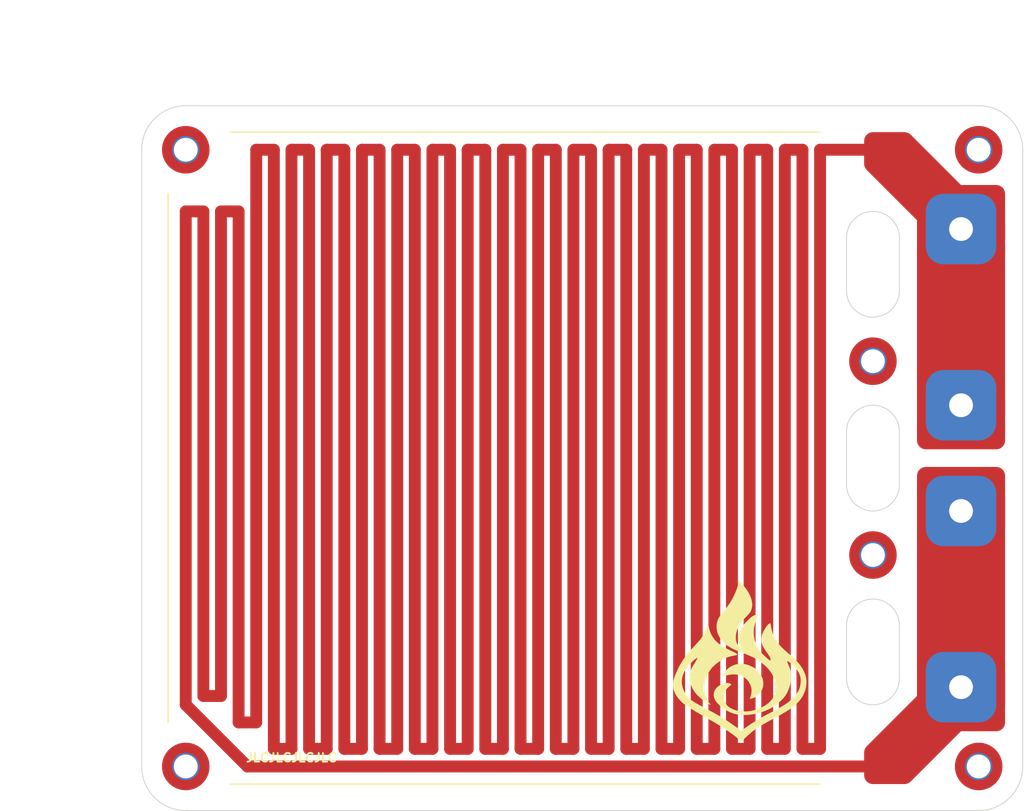
<source format=kicad_pcb>
(kicad_pcb (version 20211014) (generator pcbnew)
  (layers (0 "F.Cu" signal) (31 "B.Cu" signal) (34 "B.Paste" user) (35 "F.Paste" user) (36 "B.SilkS" user "B.Silkscreen") (37 "F.SilkS" user "F.Silkscreen") (38 "B.Mask" user) (39 "F.Mask" user) (44 "Edge.Cuts" user))
  (net 0 "")
  (net 1 "Net-(H1-Pad1)")
  (footprint "LOGO" (layer "F.Cu") (at 118 113)
    (fp_text reference "G***" hide)
    (fp_text value "LOGO" hide)
    (fp_poly (pts (xy 0.296362 0.353749) (xy 0.516747 0.395079) (xy 0.600085 0.415353) (xy 0.928177 0.515059) (xy 1.222761 0.639288) (xy 1.488456 0.791322) (xy 1.729881 0.974445) (xy 1.951652 1.191939) (xy 2.158388 1.447087) (xy 2.262283 1.596947) (xy 2.353238 1.744269) (xy 2.42032 1.878667) (xy 2.470814 2.017703) (xy 2.51201 2.178936) (xy 2.520592 2.219338) (xy 2.541654 2.361894) (xy 2.55229 2.524748) (xy 2.552473 2.692156) (xy 2.542175 2.848371) (xy 2.521914 2.975317) (xy 2.445904 3.211869) (xy 2.332318 3.438997) (xy 2.186191 3.651397) (xy 2.01256 3.843759) (xy 1.816464 4.010779) (xy 1.602937 4.147148) (xy 1.377018 4.247561) (xy 1.287895 4.275483) (xy 1.17016 4.305176) (xy 1.088273 4.318752) (xy 1.03774 4.316737) (xy 1.019306 4.30705) (xy 1.020717 4.281701) (xy 1.038905 4.231167) (xy 1.058002 4.190343) (xy 1.126307 4.020647) (xy 1.176745 3.822924) (xy 1.208012 3.609524) (xy 1.218806 3.392798) (xy 1.207822 3.185095) (xy 1.180803 3.026586) (xy 1.093984 2.748654) (xy 0.972313 2.496921) (xy 0.815691 2.271266) (xy 0.624018 2.071568) (xy 0.397196 1.897708) (xy 0.135126 1.749564) (xy 0.124506 1.744457) (xy -0.138796 1.642516) (xy -0.422808 1.577937) (xy -0.725638 1.55075) (xy -1.045392 1.560983) (xy -1.380176 1.608668) (xy -1.728097 1.693832) (xy -1.796563 1.714574) (xy -1.878007 1.737867) (xy -1.943805 1.752731) (xy -1.982759 1.756764) (xy -1.987499 1.755527) (xy -2.00654 1.719464) (xy -1.997954 1.655353) (xy -1.963836 1.567106) (xy -1.90628 1.458636) (xy -1.827379 1.333853) (xy -1.729229 1.19667) (xy -1.613922 1.050998) (xy -1.603866 1.038912) (xy -1.443264 0.875719) (xy -1.24885 0.726736) (xy -1.029547 0.597314) (xy -0.794277 0.492804) (xy -0.581693 0.425838) (xy -0.338199 0.371986) (xy -0.118859 0.342093) (xy 0.088577 0.33605)) (layer "F.SilkS") (width 0) (fill solid))
    (fp_poly (pts (xy -0.219759 -9.120637) (xy -0.175544 -9.082677) (xy -0.111992 -9.018673) (xy -0.032728 -8.932908) (xy 0.058619 -8.829663) (xy 0.158424 -8.713221) (xy 0.26306 -8.587862) (xy 0.368901 -8.45787) (xy 0.47232 -8.327526) (xy 0.569691 -8.201112) (xy 0.657387 -8.082909) (xy 0.723041 -7.990009) (xy 0.903895 -7.695237) (xy 1.055414 -7.383553) (xy 1.174492 -7.063108) (xy 1.258025 -6.742053) (xy 1.298138 -6.480928) (xy 1.301478 -6.292235) (xy 1.277714 -6.088043) (xy 1.230137 -5.881943) (xy 1.162037 -5.687527) (xy 1.076705 -5.518385) (xy 1.057951 -5.488923) (xy 1.018282 -5.436537) (xy 0.953378 -5.359453) (xy 0.868806 -5.263891) (xy 0.770129 -5.156073) (xy 0.662913 -5.042223) (xy 0.600182 -4.977086) (xy 0.418037 -4.786739) (xy 0.264506 -4.619432) (xy 0.135258 -4.469583) (xy 0.025962 -4.331609) (xy -0.067713 -4.199928) (xy -0.150098 -4.068957) (xy -0.225524 -3.933113) (xy -0.25616 -3.873282) (xy -0.383051 -3.586449) (xy -0.477791 -3.298987) (xy -0.540081 -3.015103) (xy -0.569623 -2.739004) (xy -0.566116 -2.474895) (xy -0.529262 -2.226985) (xy -0.458761 -1.999479) (xy -0.398526 -1.871447) (xy -0.330812 -1.772643) (xy -0.235233 -1.6674) (xy -0.123827 -1.566965) (xy -0.008628 -1.482582) (xy 0.060169 -1.442879) (xy 0.12942 -1.408864) (xy 0.182705 -1.384441) (xy 0.208791 -1.374752) (xy 0.20904 -1.374742) (xy 0.20135 -1.38788) (xy 0.167947 -1.422387) (xy 0.11597 -1.470908) (xy 0.113776 -1.472884) (xy 0.013282 -1.575719) (xy -0.068347 -1.689873) (xy -0.137787 -1.826316) (xy -0.198262 -1.985739) (xy -0.229825 -2.085097) (xy -0.251294 -2.171369) (xy -0.265152 -2.25948) (xy -0.273877 -2.364352) (xy -0.278835 -2.470491) (xy -0.282325 -2.60229) (xy -0.280522 -2.705663) (xy -0.272291 -2.795626) (xy -0.256496 -2.887198) (xy -0.242519 -2.950881) (xy -0.18513 -3.1415) (xy -0.097942 -3.352349) (xy 0.015014 -3.576088) (xy 0.149707 -3.805376) (xy 0.302106 -4.032872) (xy 0.468179 -4.251236) (xy 0.478636 -4.264064) (xy 0.569349 -4.368489) (xy 0.679704 -4.485528) (xy 0.801787 -4.607668) (xy 0.927683 -4.7274) (xy 1.049478 -4.83721) (xy 1.159256 -4.929587) (xy 1.249104 -4.99702) (xy 1.255264 -5.001159) (xy 1.38458 -5.081687) (xy 1.514893 -5.153185) (xy 1.640024 -5.213167) (xy 1.753789 -5.259148) (xy 1.850009 -5.288644) (xy 1.922502 -5.299168) (xy 1.965086 -5.288237) (xy 1.966347 -5.287055) (xy 1.966964 -5.25843) (xy 1.950092 -5.195987) (xy 1.9174 -5.105121) (xy 1.886369 -5.028383) (xy 1.745905 -4.671332) (xy 1.635291 -4.339742) (xy 1.553367 -4.028366) (xy 1.498971 -3.731958) (xy 1.47094 -3.445271) (xy 1.468115 -3.163059) (xy 1.468873 -3.142268) (xy 1.484381 -2.884047) (xy 1.510254 -2.656536) (xy 1.548504 -2.447612) (xy 1.60114 -2.24515) (xy 1.635882 -2.13535) (xy 1.775198 -1.781778) (xy 1.951094 -1.44689) (xy 2.165724 -1.127045) (xy 2.40328 -0.838451) (xy 2.467439 -0.7711) (xy 2.556299 -0.683301) (xy 2.662673 -0.581646) (xy 2.779371 -0.472724) (xy 2.899205 -0.363128) (xy 3.014987 -0.259447) (xy 3.119527 -0.168272) (xy 3.205636 -0.096193) (xy 3.254099 -0.058411) (xy 3.314068 -0.021) (xy 3.352404 -0.015942) (xy 3.371741 -0.045887) (xy 3.374716 -0.113487) (xy 3.369598 -0.174571) (xy 3.34969 -0.278435) (xy 3.310296 -0.388664) (xy 3.248409 -0.51121) (xy 3.161024 -0.652024) (xy 3.045134 -0.817056) (xy 3.044781 -0.817537) (xy 2.875047 -1.054943) (xy 2.733657 -1.265509) (xy 2.618247 -1.453411) (xy 2.526454 -1.622822) (xy 2.455915 -1.777915) (xy 2.404265 -1.922865) (xy 2.389451 -1.974828) (xy 2.347348 -2.212552) (xy 2.34151 -2.466925) (xy 2.371672 -2.730716) (xy 2.425372 -2.956787) (xy 2.489485 -3.138497) (xy 2.577068 -3.335728) (xy 2.68154 -3.536586) (xy 2.796319 -3.72918) (xy 2.914822 -3.901617) (xy 3.01919 -4.029714) (xy 3.093217 -4.104144) (xy 3.171364 -4.170653) (xy 3.245308 -4.223356) (xy 3.306727 -4.256366) (xy 3.347302 -4.263798) (xy 3.349251 -4.263168) (xy 3.36732 -4.235663) (xy 3.385669 -4.170383) (xy 3.402701 -4.073156) (xy 3.404166 -4.062664) (xy 3.449187 -3.790305) (xy 3.509036 -3.515381) (xy 3.580927 -3.24753) (xy 3.662073 -2.996388) (xy 3.749685 -2.771592) (xy 3.821852 -2.618557) (xy 3.95642 -2.386167) (xy 4.126886 -2.138049) (xy 4.334536 -1.872364) (xy 4.399561 -1.794523) (xy 4.482126 -1.69879) (xy 4.563501 -1.608809) (xy 4.648383 -1.520113) (xy 4.741471 -1.428232) (xy 4.847462 -1.328702) (xy 4.971055 -1.217053) (xy 5.116947 -1.08882) (xy 5.289837 -0.939534) (xy 5.379029 -0.863159) (xy 5.597512 -0.672671) (xy 5.810889 -0.479424) (xy 6.014152 -0.288312) (xy 6.202293 -0.104229) (xy 6.370304 0.067933) (xy 6.513176 0.223279) (xy 6.619714 0.349141) (xy 6.844638 0.651515) (xy 7.03572 0.952878) (xy 7.19144 1.250125) (xy 7.310279 1.540151) (xy 7.390717 1.819851) (xy 7.420506 1.985739) (xy 7.450357 2.362076) (xy 7.437497 2.73135) (xy 7.382473 3.092274) (xy 7.285832 3.443561) (xy 7.148121 3.783924) (xy 6.969889 4.112074) (xy 6.751682 4.426724) (xy 6.494047 4.726587) (xy 6.197533 5.010376) (xy 6.099055 5.093855) (xy 5.930768 5.22843) (xy 5.753295 5.361813) (xy 5.563173 5.496145) (xy 5.356937 5.633571) (xy 5.131126 5.776234) (xy 4.882275 5.926277) (xy 4.60692 6.085842) (xy 4.301598 6.257073) (xy 3.962846 6.442113) (xy 3.644158 6.612853) (xy 3.302575 6.795748) (xy 2.996811 6.962279) (xy 2.723186 7.114652) (xy 2.478023 7.255071) (xy 2.257646 7.385742) (xy 2.058376 7.50887) (xy 1.876535 7.62666) (xy 1.708447 7.741318) (xy 1.550434 7.85505) (xy 1.462027 7.921402) (xy 1.361553 8.000958) (xy 1.236952 8.10438) (xy 1.095543 8.225268) (xy 0.944647 8.357225) (xy 0.791583 8.493854) (xy 0.643668 8.628755) (xy 0.513258 8.750747) (xy 0.389068 8.86851) (xy 0.292074 8.959281) (xy 0.21784 9.026137) (xy 0.161928 9.072151) (xy 0.119902 9.100401) (xy 0.087325 9.11396) (xy 0.05976 9.115905) (xy 0.032771 9.109311) (xy 0.009147 9.10017) (xy -0.022323 9.080131) (xy -0.079934 9.036632) (xy -0.157004 8.974978) (xy -0.246849 8.900471) (xy -0.307261 8.849097) (xy -0.451133 8.727366) (xy -0.591544 8.612696) (xy -0.734534 8.500612) (xy -0.886142 8.386636) (xy -1.052406 8.266293) (xy -1.239366 8.135109) (xy -1.453059 7.988606) (xy -1.625688 7.871917) (xy -1.812829 7.746432) (xy -1.985849 7.631525) (xy -2.149271 7.524435) (xy -2.307618 7.422406) (xy -2.465414 7.322676) (xy -2.627181 7.222487) (xy -2.797444 7.119081) (xy -2.980725 7.009698) (xy -3.181549 6.891579) (xy -3.404437 6.761965) (xy -3.653914 6.618097) (xy -3.934503 6.457216) (xy -4.102406 6.361235) (xy -4.461688 6.155391) (xy -4.785123 5.968617) (xy -5.07526 5.799234) (xy -5.334643 5.645561) (xy -5.565822 5.505918) (xy -5.771344 5.378625) (xy -5.953754 5.262001) (xy -6.115601 5.154367) (xy -6.259432 5.054042) (xy -6.387794 4.959346) (xy -6.503234 4.868598) (xy -6.6083 4.780119) (xy -6.705538 4.692229) (xy -6.797496 4.603246) (xy -6.852728 4.547048) (xy -7.093603 4.274951) (xy -7.292326 4.000238) (xy -7.45039 3.720019) (xy -7.569284 3.431407) (xy -7.650499 3.131514) (xy -7.682486 2.939401) (xy -7.693515 2.710091) (xy -7.670885 2.453258) (xy -7.614588 2.168867) (xy -7.524613 1.856881) (xy -7.400951 1.517262) (xy -7.243593 1.149974) (xy -7.177543 1.008558) (xy -6.978138 0.613919) (xy -6.763252 0.235921) (xy -6.528563 -0.131628) (xy -6.269749 -0.494922) (xy -5.982488 -0.860155) (xy -5.66246 -1.23352) (xy -5.450124 -1.467029) (xy -5.267858 -1.663764) (xy -5.112457 -1.832254) (xy -4.980889 -1.976046) (xy -4.870125 -2.098692) (xy -4.777133 -2.203741) (xy -4.698883 -2.294742) (xy -4.632344 -2.375245) (xy -4.574486 -2.448799) (xy -4.522277 -2.518955) (xy -4.472688 -2.589261) (xy -4.422688 -2.663268) (xy -4.401743 -2.694931) (xy -4.315973 -2.830891) (xy -4.236274 -2.970416) (xy -4.158479 -3.121861) (xy -4.078417 -3.293578) (xy -3.991921 -3.49392) (xy -3.93887 -3.622337) (xy -3.889147 -3.743366) (xy -3.842988 -3.854132) (xy -3.803748 -3.946708) (xy -3.774782 -4.013164) (xy -3.761156 -4.042397) (xy -3.724586 -4.091179) (xy -3.690494 -4.09821) (xy -3.664627 -4.064089) (xy -3.656527 -4.031486) (xy -3.611251 -3.775131) (xy -3.562255 -3.553017) (xy -3.506038 -3.355741) (xy -3.439098 -3.173902) (xy -3.357932 -2.9981) (xy -3.259039 -2.818931) (xy -3.138918 -2.626995) (xy -3.126204 -2.607646) (xy -2.947408 -2.371406) (xy -2.726967 -2.140887) (xy -2.466664 -1.917473) (xy -2.16828 -1.702547) (xy -1.833598 -1.497494) (xy -1.464398 -1.303698) (xy -1.418385 -1.281515) (xy -1.193743 -1.17388) (xy -1.005515 -1.082927) (xy -0.850516 -1.006995) (xy -0.72556 -0.944425) (xy -0.627461 -0.893556) (xy -0.553033 -0.852726) (xy -0.49909 -0.820276) (xy -0.462445 -0.794545) (xy -0.439914 -0.773872) (xy -0.436429 -0.769703) (xy -0.407334 -0.72882) (xy -0.405129 -0.703292) (xy -0.428629 -0.675056) (xy -0.430132 -0.673571) (xy -0.47281 -0.650671) (xy -0.557329 -0.625229) (xy -0.684347 -0.597067) (xy -0.777257 -0.579505) (xy -1.100179 -0.512221) (xy -1.391407 -0.431326) (xy -1.661763 -0.333049) (xy -1.922073 -0.213624) (xy -2.094846 -0.120696) (xy -2.329383 0.02252) (xy -2.566332 0.185771) (xy -2.79544 0.361103) (xy -3.006457 0.54056) (xy -3.189129 0.716187) (xy -3.232191 0.761842) (xy -3.43601 1.011675) (xy -3.620407 1.295207) (xy -3.781965 1.605538) (xy -3.91727 1.935768) (xy -4.022907 2.278995) (xy -4.059263 2.433075) (xy -4.087458 2.59913) (xy -4.107415 2.787815) (xy -4.118757 2.98663) (xy -4.12111 3.183075) (xy -4.114098 3.364649) (xy -4.097346 3.518851) (xy -4.092672 3.545962) (xy -4.047214 3.745048) (xy -3.984681 3.953399) (xy -3.908731 4.162546) (xy -3.823023 4.364023) (xy -3.731215 4.549363) (xy -3.636966 4.710099) (xy -3.543933 4.837763) (xy -3.525302 4.859127) (xy -3.469585 4.922121) (xy -3.427385 4.972549) (xy -3.405633 5.002024) (xy -3.404124 5.005683) (xy -3.421103 5.008254) (xy -3.468537 4.989026) (xy -3.541174 4.951287) (xy -3.63376 4.898328) (xy -3.741041 4.833439) (xy -3.857764 4.759912) (xy -3.978676 4.681035) (xy -4.098524 4.600101) (xy -4.212054 4.520398) (xy -4.314013 4.445218) (xy -4.375066 4.397544) (xy -4.567268 4.240078) (xy -4.728927 4.10096) (xy -4.865835 3.974359) (xy -4.983781 3.854443) (xy -5.088556 3.735381) (xy -5.18595 3.611342) (xy -5.264027 3.502319) (xy -5.455796 3.193379) (xy -5.607666 2.879886) (xy -5.718981 2.564096) (xy -5.789082 2.248267) (xy -5.817313 1.934653) (xy -5.805225 1.645183) (xy -5.787463 1.508535) (xy -5.763291 1.378707) (xy -5.730632 1.250982) (xy -5.687408 1.120643) (xy -5.631542 0.982974) (xy -5.560958 0.833258) (xy -5.473578 0.666778) (xy -5.367325 0.478817) (xy -5.240122 0.264659) (xy -5.089893 0.019587) (xy -5.088084 0.016669) (xy -5.01598 -0.107006) (xy -4.96698 -0.207353) (xy -4.942424 -0.281068) (xy -4.943655 -0.324845) (xy -4.947433 -0.330044) (xy -4.974516 -0.327638) (xy -5.02743 -0.297535) (xy -5.101851 -0.24359) (xy -5.19346 -0.169658) (xy -5.297933 -0.079593) (xy -5.41095 0.022748) (xy -5.528188 0.133511) (xy -5.645326 0.24884) (xy -5.758043 0.364882) (xy -5.862016 0.477779) (xy -5.895019 0.515237) (xy -6.094031 0.755999) (xy -6.258303 0.98262) (xy -6.391319 1.202027) (xy -6.496558 1.421146) (xy -6.577503 1.646905) (xy -6.637635 1.886229) (xy -6.667034 2.051203) (xy -6.691224 2.252205) (xy -6.6969 2.433297) (xy -6.683973 2.614133) (xy -6.663907 2.750519) (xy -6.593543 3.050361) (xy -6.487993 3.34623) (xy -6.351418 3.630043) (xy -6.187979 3.893717) (xy -6.001837 4.129168) (xy -5.899276 4.235996) (xy -5.822682 4.306227) (xy -5.733673 4.379714) (xy -5.630026 4.457774) (xy -5.509523 4.541725) (xy -5.369942 4.632883) (xy -5.209062 4.732567) (xy -5.024663 4.842093) (xy -4.814525 4.962778) (xy -4.576426 5.095941) (xy -4.308146 5.242898) (xy -4.007465 5.404966) (xy -3.672162 5.583463) (xy -3.300015 5.779706) (xy -3.273196 5.793791) (xy -3.035311 5.921855) (xy -2.773274 6.068471) (xy -2.498534 6.226942) (xy -2.22254 6.390574) (xy -1.956739 6.552672) (xy -1.715052 6.704953) (xy -1.623096 6.765466) (xy -1.502141 6.84723) (xy -1.358479 6.945825) (xy -1.198405 7.056831) (xy -1.028212 7.175827) (xy -0.854194 7.298394) (xy -0.682645 7.42011) (xy -0.519858 7.536557) (xy -0.372127 7.643312) (xy -0.245745 7.735957) (xy -0.222112 7.7535) (xy -0.133167 7.817025) (xy -0.052904 7.869458) (xy 0.010397 7.905718) (xy 0.048457 7.920725) (xy 0.050654 7.920861) (xy 0.08632 7.908183) (xy 0.147544 7.873936) (xy 0.22552 7.823452) (xy 0.305498 7.7665) (xy 0.740138 7.454669) (xy 1.206966 7.140474) (xy 1.695431 6.830387) (xy 2.194983 6.53088) (xy 2.69507 6.248426) (xy 3.185142 5.989497) (xy 3.281876 5.940678) (xy 3.53232 5.812888) (xy 3.788169 5.677787) (xy 4.043829 5.538605) (xy 4.293707 5.398571) (xy 4.532211 5.260915) (xy 4.753747 5.128866) (xy 4.952723 5.005653) (xy 5.123544 4.894506) (xy 5.260619 4.798654) (xy 5.263538 4.796502) (xy 5.472786 4.63399) (xy 5.679576 4.458373) (xy 5.876941 4.276382) (xy 6.057914 4.094745) (xy 6.215526 3.920192) (xy 6.34281 3.759451) (xy 6.355048 3.742354) (xy 6.519449 3.476076) (xy 6.64542 3.195275) (xy 6.734245 2.89619) (xy 6.787208 2.57506) (xy 6.798359 2.443986) (xy 6.80203 2.174395) (xy 6.774914 1.924587) (xy 6.714623 1.68326) (xy 6.618765 1.439114) (xy 6.560752 1.320189) (xy 6.455923 1.140427) (xy 6.325895 0.955327) (xy 6.17686 0.771231) (xy 6.01501 0.594483) (xy 5.846536 0.431426) (xy 5.677629 0.288403) (xy 5.514483 0.171758) (xy 5.363288 0.087833) (xy 5.353568 0.083461) (xy 5.294776 0.060446) (xy 5.25399 0.050032) (xy 5.244076 0.051227) (xy 5.248028 0.074372) (xy 5.267411 0.128363) (xy 5.298921 0.204627) (xy 5.331008 0.276719) (xy 5.449103 0.559357) (xy 5.553188 0.857421) (xy 5.631858 1.134708) (xy 5.649598 1.210681) (xy 5.662784 1.280894) (xy 5.672085 1.353931) (xy 5.67817 1.438377) (xy 5.68171 1.542817) (xy 5.683375 1.675834) (xy 5.683797 1.800258) (xy 5.683142 1.98016) (xy 5.679795 2.12756) (xy 5.672447 2.253577) (xy 5.659794 2.36933) (xy 5.640527 2.485938) (xy 5.613341 2.614519) (xy 5.576928 2.766192) (xy 5.564388 2.816355) (xy 5.467297 3.150746) (xy 5.350156 3.454933) (xy 5.209043 3.735061) (xy 5.04004 3.997277) (xy 4.839226 4.247728) (xy 4.602683 4.492559) (xy 4.35335 4.71542) (xy 4.169607 4.865304) (xy 3.979071 5.011919) (xy 3.792173 5.147602) (xy 3.619345 5.264689) (xy 3.525918 5.323325) (xy 3.185061 5.508637) (xy 2.808486 5.675183) (xy 2.400511 5.821564) (xy 1.965455 5.946382) (xy 1.507637 6.048238) (xy 1.058333 6.122081) (xy 0.883671 6.139843) (xy 0.68119 6.150186) (xy 0.46144 6.153393) (xy 0.234975 6.14975) (xy 0.012346 6.139541) (xy -0.195895 6.12305) (xy -0.379196 6.100563) (xy -0.492496 6.080246) (xy -0.796167 6.004268) (xy -1.077921 5.909183) (xy -1.349405 5.790026) (xy -1.622263 5.641833) (xy -1.837604 5.50681) (xy -2.10655 5.316895) (xy -2.347089 5.121216) (xy -2.556981 4.922355) (xy -2.73399 4.722894) (xy -2.875876 4.525416) (xy -2.980403 4.332503) (xy -3.045331 4.146738) (xy -3.055066 4.101969) (xy -3.076855 3.87662) (xy -3.056385 3.658636) (xy -2.994754 3.450401) (xy -2.893061 3.254297) (xy -2.752404 3.072708) (xy -2.573882 2.908017) (xy -2.469792 2.832095) (xy -2.232613 2.693676) (xy -1.993964 2.598086) (xy -1.751395 2.544523) (xy -1.551278 2.531393) (xy -1.403658 2.536888) (xy -1.290711 2.554507) (xy -1.204654 2.586273) (xy -1.137701 2.634213) (xy -1.131002 2.640727) (xy -1.089717 2.694077) (xy -1.086236 2.738783) (xy -1.122353 2.7806) (xy -1.186498 2.818662) (xy -1.23897 2.853048) (xy -1.310772 2.910629) (xy -1.391491 2.98266) (xy -1.453726 3.043034) (xy -1.546071 3.140619) (xy -1.615499 3.226594) (xy -1.673245 3.31652) (xy -1.730544 3.42596) (xy -1.731334 3.427579) (xy -1.827866 3.669179) (xy -1.884124 3.912264) (xy -1.901057 4.152965) (xy -1.87961 4.387414) (xy -1.820731 4.611743) (xy -1.725367 4.822085) (xy -1.594463 5.014571) (xy -1.428968 5.185333) (xy -1.272037 5.303877) (xy -1.150061 5.375229) (xy -0.999211 5.450516) (xy -0.833122 5.523797) (xy -0.665431 5.589129) (xy -0.509771 5.640571) (xy -0.480069 5.649003) (xy -0.140697 5.721103) (xy 0.218226 5.757608) (xy 0.590885 5.758435) (xy 0.971463 5.723502) (xy 1.259146 5.67367) (xy 1.686971 5.565657) (xy 2.086373 5.426188) (xy 2.456587 5.255651) (xy 2.796847 5.054435) (xy 3.106388 4.822929) (xy 3.319469 4.628116) (xy 3.485288 4.44596) (xy 3.619422 4.259056) (xy 3.724358 4.061124) (xy 3.80258 3.845879) (xy 3.856573 3.60704) (xy 3.888823 3.338324) (xy 3.898626 3.164089) (xy 3.898372 2.900341) (xy 3.87964 2.632814) (xy 3.843998 2.371394) (xy 3.793012 2.125966) (xy 3.728251 1.906417) (xy 3.679565 1.782392) (xy 3.535653 1.503626) (xy 3.351727 1.224608) (xy 3.131271 0.948629) (xy 2.877771 0.678977) (xy 2.594711 0.418941) (xy 2.285575 0.171812) (xy 1.953848 -0.059121) (xy 1.603015 -0.27057) (xy 1.378075 -0.390115) (xy 1.230347 -0.461988) (xy 1.061001 -0.54005) (xy 0.888197 -0.616173) (xy 0.730096 -0.682231) (xy 0.687371 -0.699214) (xy 0.389827 -0.81586) (xy 0.129738 -0.918315) (xy -0.096194 -1.008009) (xy -0.291265 -1.086373) (xy -0.458773 -1.154837) (xy -0.602014 -1.214831) (xy -0.724286 -1.267786) (xy -0.828884 -1.315132) (xy -0.919106 -1.3583) (xy -0.998249 -1.398721) (xy -1.069609 -1.437824) (xy -1.136484 -1.47704) (xy -1.202169 -1.517799) (xy -1.208382 -1.52175) (xy -1.309868 -1.586004) (xy -1.423081 -1.6571) (xy -1.524574 -1.720318) (xy -1.530335 -1.723883) (xy -1.636185 -1.799027) (xy -1.758737 -1.901799) (xy -1.88975 -2.024019) (xy -2.02098 -2.157504) (xy -2.144185 -2.294073) (xy -2.251122 -2.425544) (xy -2.288807 -2.476718) (xy -2.399679 -2.64744) (xy -2.502715 -2.833476) (xy -2.591487 -3.021717) (xy -2.65957 -3.199055) (xy -2.685556 -3.286) (xy -2.714881 -3.433335) (xy -2.73505 -3.607983) (xy -2.745298 -3.794428) (xy -2.744861 -3.977156) (xy -2.732972 -4.140652) (xy -2.729132 -4.169817) (xy -2.701761 -4.313997) (xy -2.661197 -4.469189) (xy -2.611991 -4.621078) (xy -2.558689 -4.755351) (xy -2.515916 -4.840882) (xy -2.452945 -4.945775) (xy -2.381977 -5.05449) (xy -2.29905 -5.172439) (xy -2.200204 -5.305033) (xy -2.081479 -5.45768) (xy -1.938914 -5.635793) (xy -1.888591 -5.697846) (xy -1.741783 -5.879292) (xy -1.618736 -6.033711) (xy -1.514935 -6.167315) (xy -1.425863 -6.286319) (xy -1.347002 -6.396934) (xy -1.273836 -6.505376) (xy -1.201848 -6.617857) (xy -1.126521 -6.74059) (xy -1.10693 -6.773117) (xy -0.888706 -7.163498) (xy -0.691562 -7.574226) (xy -0.516635 -7.999357) (xy -0.448416 -8.18347) (xy -0.395818 -8.340389) (xy -0.355683 -8.482315) (xy -0.324855 -8.62145) (xy -0.300177 -8.769995) (xy -0.282825 -8.903093) (xy -0.270442 -8.994518) (xy -0.257534 -9.069409) (xy -0.246056 -9.11725) (xy -0.241011 -9.128273)) (layer "F.SilkS") (width 0) (fill solid))
  )
  (footprint "MHole:M2.5" (layer "F.Cu") (at 143 116)
    (fp_text reference "H10" hide)
    (fp_text value "MountingHole_Pad")
    (pad "1" thru_hole roundrect (at 0 0) (size 8 8) (drill 2.7) (layers *.Cu *.Mask) (net 1 "Net-(H1-Pad1)"))
  )
  (footprint "MountingHole:MountingHole_2.7mm_M2.5_Pad_TopOnly" (layer "F.Cu") (at 145 55)
    (fp_text reference "H5" hide)
    (fp_text value "MountingHole")
    (pad "1" connect circle (at 0 0) (size 5.4 5.4) (layers "F.Cu" "F.Mask"))
    (pad "1" thru_hole circle (at 0 0) (size 3.1 3.1) (drill 2.7) (layers *.Cu *.Mask))
  )
  (footprint "MHole:M2.5" (layer "F.Cu") (at 143 64)
    (fp_text reference "H1" hide)
    (fp_text value "MountingHole_Pad")
    (pad "1" thru_hole roundrect (at 0 0) (size 8 8) (drill 2.7) (layers *.Cu *.Mask) (net 1 "Net-(H1-Pad1)"))
  )
  (footprint "MHole:M2.5" (layer "F.Cu") (at 143 84)
    (fp_text reference "H2" hide)
    (fp_text value "MountingHole_Pad")
    (pad "1" thru_hole roundrect (at 0 0) (size 8 8) (drill 2.7) (layers *.Cu *.Mask) (net 1 "Net-(H1-Pad1)"))
  )
  (footprint "MountingHole:MountingHole_2.7mm_M2.5_Pad_TopOnly" (layer "F.Cu") (at 55 125)
    (fp_text reference "H6" hide)
    (fp_text value "MountingHole")
    (pad "1" thru_hole circle (at 0 0) (size 3.1 3.1) (drill 2.7) (layers *.Cu *.Mask))
    (pad "1" connect circle (at 0 0) (size 5.4 5.4) (layers "F.Cu" "F.Mask"))
  )
  (footprint "MountingHole:MountingHole_2.7mm_M2.5_Pad_TopOnly" (layer "F.Cu") (at 133 79)
    (fp_text reference "H7" hide)
    (fp_text value "MountingHole")
    (pad "1" connect circle (at 0 0) (size 5.4 5.4) (layers "F.Cu" "F.Mask"))
    (pad "1" thru_hole circle (at 0 0) (size 3.1 3.1) (drill 2.7) (layers *.Cu *.Mask))
  )
  (footprint "MountingHole:MountingHole_2.7mm_M2.5_Pad_TopOnly" (layer "F.Cu") (at 145 125)
    (fp_text reference "H3" hide)
    (fp_text value "MountingHole")
    (pad "1" thru_hole circle (at 0 0) (size 3.1 3.1) (drill 2.7) (layers *.Cu *.Mask))
    (pad "1" connect circle (at 0 0) (size 5.4 5.4) (layers "F.Cu" "F.Mask"))
  )
  (footprint "MHole:M2.5" (layer "F.Cu") (at 143 96)
    (fp_text reference "H9" hide)
    (fp_text value "MountingHole_Pad")
    (pad "1" thru_hole roundrect (at 0 0) (size 8 8) (drill 2.7) (layers *.Cu *.Mask) (net 1 "Net-(H1-Pad1)"))
  )
  (footprint "MountingHole:MountingHole_2.7mm_M2.5_Pad_TopOnly" (layer "F.Cu") (at 133 101)
    (fp_text reference "H8" hide)
    (fp_text value "MountingHole")
    (pad "1" thru_hole circle (at 0 0) (size 3.1 3.1) (drill 2.7) (layers *.Cu *.Mask))
    (pad "1" connect circle (at 0 0) (size 5.4 5.4) (layers "F.Cu" "F.Mask"))
  )
  (footprint "MountingHole:MountingHole_2.7mm_M2.5_Pad_TopOnly" (layer "F.Cu") (at 55 55)
    (fp_text reference "H4" hide)
    (fp_text value "MountingHole")
    (pad "1" connect circle (at 0 0) (size 5.4 5.4) (layers "F.Cu" "F.Mask"))
    (pad "1" thru_hole circle (at 0 0) (size 3.1 3.1) (drill 2.7) (layers *.Cu *.Mask))
  )
  (gr_line (start 60 127) (end 127 127) (layer "F.SilkS") (width 0.15))
  (gr_line (start 60 53) (end 127 53) (layer "F.SilkS") (width 0.15))
  (gr_line (start 53 120) (end 53 60) (layer "F.SilkS") (width 0.15))
  (gr_line (start 130 65) (end 130 71) (layer "Edge.Cuts") (width 0.1))
  (gr_line (start 55 50) (end 145 50) (layer "Edge.Cuts") (width 0.1))
  (gr_arc (start 55 130) (mid 51.464466 128.535534) (end 50 125) (layer "Edge.Cuts") (width 0.1))
  (gr_arc (start 136 93) (mid 133 96) (end 130 93) (layer "Edge.Cuts") (width 0.1))
  (gr_arc (start 145 50) (mid 148.535534 51.464466) (end 150 55) (layer "Edge.Cuts") (width 0.1))
  (gr_line (start 50 125) (end 50 55) (layer "Edge.Cuts") (width 0.1))
  (gr_arc (start 130 109) (mid 133 106) (end 136 109) (layer "Edge.Cuts") (width 0.1))
  (gr_line (start 145 130) (end 55 130) (layer "Edge.Cuts") (width 0.1))
  (gr_arc (start 50 55) (mid 51.464466 51.464466) (end 55 50) (layer "Edge.Cuts") (width 0.1))
  (gr_line (start 136 71) (end 136 65) (layer "Edge.Cuts") (width 0.1))
  (gr_line (start 130 93) (end 130 87) (layer "Edge.Cuts") (width 0.1))
  (gr_arc (start 136 115) (mid 133 118) (end 130 115) (layer "Edge.Cuts") (width 0.1))
  (gr_arc (start 130 87) (mid 133 84) (end 136 87) (layer "Edge.Cuts") (width 0.1))
  (gr_line (start 136 87) (end 136 93) (layer "Edge.Cuts") (width 0.1))
  (gr_arc (start 130 65) (mid 133 62) (end 136 65) (layer "Edge.Cuts") (width 0.1))
  (gr_arc (start 136 71) (mid 133 74) (end 130 71) (layer "Edge.Cuts") (width 0.1))
  (gr_line (start 130 109) (end 130 115) (layer "Edge.Cuts") (width 0.1))
  (gr_line (start 136 115) (end 136 109) (layer "Edge.Cuts") (width 0.1))
  (gr_line (start 150 55) (end 150 125) (layer "Edge.Cuts") (width 0.1))
  (gr_arc (start 150 125) (mid 148.535534 128.535534) (end 145 130) (layer "Edge.Cuts") (width 0.1))
  (gr_text "JLCJLCJLCJLC" (at 67 124) (layer "F.SilkS") (effects (font (size 1 1) (thickness 0.2))))
  (segment (start 111 123) (end 111 55) (width 1.35) (layer "F.Cu") (net 1))
  (segment (start 81 55) (end 81 123) (width 1.35) (layer "F.Cu") (net 1))
  (segment (start 63 55) (end 65 55) (width 1.35) (layer "F.Cu") (net 1))
  (segment (start 93 55) (end 93 123) (width 1.35) (layer "F.Cu") (net 1))
  (segment (start 115 123) (end 115 55) (width 1.35) (layer "F.Cu") (net 1))
  (segment (start 97 55) (end 97 123) (width 1.35) (layer "F.Cu") (net 1))
  (segment (start 99 123) (end 99 55) (width 1.35) (layer "F.Cu") (net 1))
  (segment (start 73 55) (end 73 123) (width 1.35) (layer "F.Cu") (net 1))
  (segment (start 101 123) (end 103 123) (width 1.35) (layer "F.Cu") (net 1))
  (segment (start 109 55) (end 109 123) (width 1.35) (layer "F.Cu") (net 1))
  (segment (start 107 123) (end 107 55) (width 1.35) (layer "F.Cu") (net 1))
  (segment (start 61 120) (end 63 120) (width 1.35) (layer "F.Cu") (net 1))
  (segment (start 79 55) (end 81 55) (width 1.35) (layer "F.Cu") (net 1))
  (segment (start 79 123) (end 79 55) (width 1.35) (layer "F.Cu") (net 1))
  (segment (start 75 55) (end 77 55) (width 1.35) (layer "F.Cu") (net 1))
  (segment (start 135 125) (end 62 125) (width 1.35) (layer "F.Cu") (net 1))
  (segment (start 93 123) (end 95 123) (width 1.35) (layer "F.Cu") (net 1))
  (segment (start 85 123) (end 87 123) (width 1.35) (layer "F.Cu") (net 1))
  (segment (start 105 55) (end 105 123) (width 1.35) (layer "F.Cu") (net 1))
  (segment (start 123 55) (end 125 55) (width 1.35) (layer "F.Cu") (net 1))
  (segment (start 77 55) (end 77 123) (width 1.35) (layer "F.Cu") (net 1))
  (segment (start 119 55) (end 121 55) (width 1.35) (layer "F.Cu") (net 1))
  (segment (start 107 55) (end 109 55) (width 1.35) (layer "F.Cu") (net 1))
  (segment (start 123 123) (end 123 55) (width 1.35) (layer "F.Cu") (net 1))
  (segment (start 73 123) (end 75 123) (width 1.35) (layer "F.Cu") (net 1))
  (segment (start 89 55) (end 89 123) (width 1.35) (layer "F.Cu") (net 1))
  (segment (start 57 62) (end 57 117) (width 1.35) (layer "F.Cu") (net 1))
  (segment (start 113 123) (end 115 123) (width 1.35) (layer "F.Cu") (net 1))
  (segment (start 81 123) (end 83 123) (width 1.35) (layer "F.Cu") (net 1))
  (segment (start 117 123) (end 119 123) (width 1.35) (layer "F.Cu") (net 1))
  (segment (start 99 55) (end 101 55) (width 1.35) (layer "F.Cu") (net 1))
  (segment (start 75 123) (end 75 55) (width 1.35) (layer "F.Cu") (net 1))
  (segment (start 103 55) (end 105 55) (width 1.35) (layer "F.Cu") (net 1))
  (segment (start 69 123) (end 71 123) (width 1.35) (layer "F.Cu") (net 1))
  (segment (start 121 123) (end 123 123) (width 1.35) (layer "F.Cu") (net 1))
  (segment (start 69 55) (end 69 123) (width 1.35) (layer "F.Cu") (net 1))
  (segment (start 55 62) (end 57 62) (width 1.35) (layer "F.Cu") (net 1))
  (segment (start 113 55) (end 113 123) (width 1.35) (layer "F.Cu") (net 1))
  (segment (start 77 123) (end 79 123) (width 1.35) (layer "F.Cu") (net 1))
  (segment (start 65 55) (end 65 123) (width 1.35) (layer "F.Cu") (net 1))
  (segment (start 119 123) (end 119 55) (width 1.35) (layer "F.Cu") (net 1))
  (segment (start 57 117) (end 59 117) (width 1.35) (layer "F.Cu") (net 1))
  (segment (start 89 123) (end 91 123) (width 1.35) (layer "F.Cu") (net 1))
  (segment (start 111 55) (end 113 55) (width 1.35) (layer "F.Cu") (net 1))
  (segment (start 91 123) (end 91 55) (width 1.35) (layer "F.Cu") (net 1))
  (segment (start 105 123) (end 107 123) (width 1.35) (layer "F.Cu") (net 1))
  (segment (start 55 118) (end 55 62) (width 1.35) (layer "F.Cu") (net 1))
  (segment (start 91 55) (end 93 55) (width 1.35) (layer "F.Cu") (net 1))
  (segment (start 59 62) (end 61 62) (width 1.35) (layer "F.Cu") (net 1))
  (segment (start 71 55) (end 73 55) (width 1.35) (layer "F.Cu") (net 1))
  (segment (start 125 55) (end 125 123) (width 1.35) (layer "F.Cu") (net 1))
  (segment (start 127 55) (end 134 55) (width 1.35) (layer "F.Cu") (net 1))
  (segment (start 87 123) (end 87 55) (width 1.35) (layer "F.Cu") (net 1))
  (segment (start 121 55) (end 121 123) (width 1.35) (layer "F.Cu") (net 1))
  (segment (start 65 123) (end 67 123) (width 1.35) (layer "F.Cu") (net 1))
  (segment (start 67 123) (end 67 55) (width 1.35) (layer "F.Cu") (net 1))
  (segment (start 83 55) (end 85 55) (width 1.35) (layer "F.Cu") (net 1))
  (segment (start 115 55) (end 117 55) (width 1.35) (layer "F.Cu") (net 1))
  (segment (start 109 123) (end 111 123) (width 1.35) (layer "F.Cu") (net 1))
  (segment (start 95 55) (end 97 55) (width 1.35) (layer "F.Cu") (net 1))
  (segment (start 103 123) (end 103 55) (width 1.35) (layer "F.Cu") (net 1))
  (segment (start 71 123) (end 71 55) (width 1.35) (layer "F.Cu") (net 1))
  (segment (start 87 55) (end 89 55) (width 1.35) (layer "F.Cu") (net 1))
  (segment (start 67 55) (end 69 55) (width 1.35) (layer "F.Cu") (net 1))
  (segment (start 97 123) (end 99 123) (width 1.35) (layer "F.Cu") (net 1))
  (segment (start 85 55) (end 85 123) (width 1.35) (layer "F.Cu") (net 1))
  (segment (start 125 123) (end 127 123) (width 1.35) (layer "F.Cu") (net 1))
  (segment (start 83 123) (end 83 55) (width 1.35) (layer "F.Cu") (net 1))
  (segment (start 95 123) (end 95 55) (width 1.35) (layer "F.Cu") (net 1))
  (segment (start 61 62) (end 61 120) (width 1.35) (layer "F.Cu") (net 1))
  (segment (start 59 117) (end 59 62) (width 1.35) (layer "F.Cu") (net 1))
  (segment (start 63 120) (end 63 55) (width 1.35) (layer "F.Cu") (net 1))
  (segment (start 117 55) (end 117 123) (width 1.35) (layer "F.Cu") (net 1))
  (segment (start 127 123) (end 127 55) (width 1.35) (layer "F.Cu") (net 1))
  (segment (start 62 125) (end 55 118) (width 1.35) (layer "F.Cu") (net 1))
  (segment (start 101 55) (end 101 123) (width 1.35) (layer "F.Cu") (net 1))
  (zone (net 1) (net_name "Net-(H1-Pad1)") (layer "F.Cu") (connect_pads yes (clearance 0.508)) (min_thickness 0.254) (fill yes (thermal_gap 0.508) (thermal_bridge_width 1) (smoothing fillet) (radius 1))
    (polygon (pts (xy 148 121) (xy 143 121) (xy 137 127) (xy 132 127) (xy 132 123) (xy 138 117) (xy 138 91) (xy 148 91)))
  )
  (zone (net 1) (net_name "Net-(H1-Pad1)") (layer "F.Cu") (connect_pads yes (clearance 0.508)) (min_thickness 0.254) (fill yes (thermal_gap 0.508) (thermal_bridge_width 1) (smoothing fillet) (radius 1))
    (polygon (pts (xy 138 63) (xy 132 57) (xy 132 53) (xy 137 53) (xy 143 59) (xy 148 59) (xy 148 89) (xy 138 89)))
  )
)
</source>
